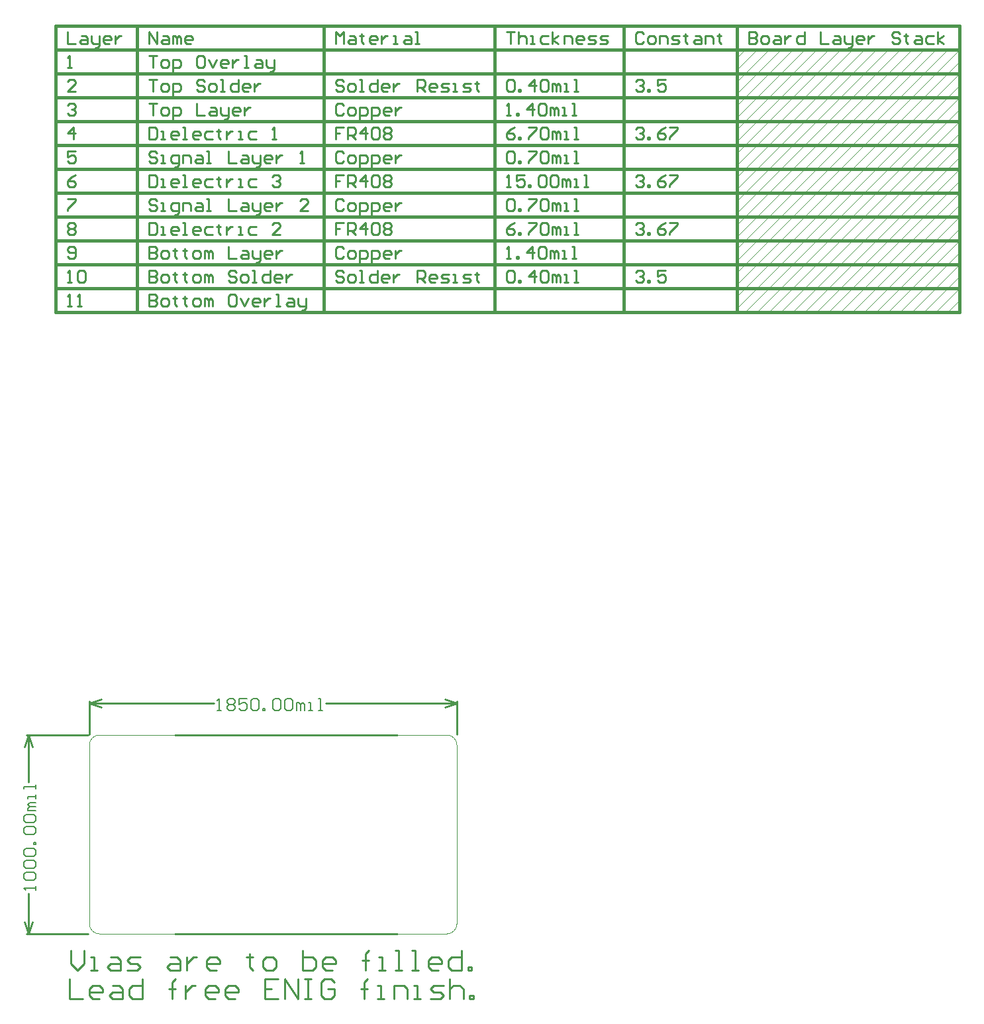
<source format=gm1>
G04 Layer_Color=16711935*
%FSLAX24Y24*%
%MOIN*%
G70*
G01*
G75*
%ADD36C,0.0100*%
%ADD41C,0.0150*%
%ADD89C,0.0010*%
%ADD90C,0.0090*%
%ADD91C,0.0060*%
D36*
X4300Y-5000D02*
X15500D01*
X4300Y5000D02*
X15500D01*
X18500Y5050D02*
Y6700D01*
X0Y5050D02*
Y6700D01*
X11899Y6600D02*
X18500D01*
X0D02*
X6281D01*
X17900Y6800D02*
X18500Y6600D01*
X17900Y6400D02*
X18500Y6600D01*
X0D02*
X600Y6400D01*
X0Y6600D02*
X600Y6800D01*
X-3150Y-5000D02*
X-50D01*
X-3150Y5000D02*
X-50D01*
X-3050Y-5000D02*
Y-2969D01*
Y2649D02*
Y5000D01*
Y-5000D02*
X-2850Y-4400D01*
X-3250D02*
X-3050Y-5000D01*
X-3250Y4400D02*
X-3050Y5000D01*
X-2850Y4400D01*
X33197Y40370D02*
Y39770D01*
X33497D01*
X33597Y39870D01*
Y39970D01*
X33497Y40070D01*
X33197D01*
X33497D01*
X33597Y40170D01*
Y40270D01*
X33497Y40370D01*
X33197D01*
X33897Y39770D02*
X34097D01*
X34197Y39870D01*
Y40070D01*
X34097Y40170D01*
X33897D01*
X33797Y40070D01*
Y39870D01*
X33897Y39770D01*
X34497Y40170D02*
X34696D01*
X34796Y40070D01*
Y39770D01*
X34497D01*
X34397Y39870D01*
X34497Y39970D01*
X34796D01*
X34996Y40170D02*
Y39770D01*
Y39970D01*
X35096Y40070D01*
X35196Y40170D01*
X35296D01*
X35996Y40370D02*
Y39770D01*
X35696D01*
X35596Y39870D01*
Y40070D01*
X35696Y40170D01*
X35996D01*
X36796Y40370D02*
Y39770D01*
X37196D01*
X37496Y40170D02*
X37696D01*
X37795Y40070D01*
Y39770D01*
X37496D01*
X37396Y39870D01*
X37496Y39970D01*
X37795D01*
X37995Y40170D02*
Y39870D01*
X38095Y39770D01*
X38395D01*
Y39670D01*
X38295Y39570D01*
X38195D01*
X38395Y39770D02*
Y40170D01*
X38895Y39770D02*
X38695D01*
X38595Y39870D01*
Y40070D01*
X38695Y40170D01*
X38895D01*
X38995Y40070D01*
Y39970D01*
X38595D01*
X39195Y40170D02*
Y39770D01*
Y39970D01*
X39295Y40070D01*
X39395Y40170D01*
X39495D01*
X40795Y40270D02*
X40695Y40370D01*
X40495D01*
X40395Y40270D01*
Y40170D01*
X40495Y40070D01*
X40695D01*
X40795Y39970D01*
Y39870D01*
X40695Y39770D01*
X40495D01*
X40395Y39870D01*
X41094Y40270D02*
Y40170D01*
X40994D01*
X41194D01*
X41094D01*
Y39870D01*
X41194Y39770D01*
X41594Y40170D02*
X41794D01*
X41894Y40070D01*
Y39770D01*
X41594D01*
X41494Y39870D01*
X41594Y39970D01*
X41894D01*
X42494Y40170D02*
X42194D01*
X42094Y40070D01*
Y39870D01*
X42194Y39770D01*
X42494D01*
X42694D02*
Y40370D01*
Y39970D02*
X42994Y40170D01*
X42694Y39970D02*
X42994Y39770D01*
X27498Y37870D02*
X27598Y37970D01*
X27798D01*
X27898Y37870D01*
Y37770D01*
X27798Y37670D01*
X27698D01*
X27798D01*
X27898Y37570D01*
Y37470D01*
X27798Y37370D01*
X27598D01*
X27498Y37470D01*
X28098Y37370D02*
Y37470D01*
X28198D01*
Y37370D01*
X28098D01*
X28998Y37970D02*
X28598D01*
Y37670D01*
X28798Y37770D01*
X28898D01*
X28998Y37670D01*
Y37470D01*
X28898Y37370D01*
X28698D01*
X28598Y37470D01*
X27498Y35470D02*
X27598Y35570D01*
X27798D01*
X27898Y35470D01*
Y35370D01*
X27798Y35270D01*
X27698D01*
X27798D01*
X27898Y35170D01*
Y35070D01*
X27798Y34970D01*
X27598D01*
X27498Y35070D01*
X28098Y34970D02*
Y35070D01*
X28198D01*
Y34970D01*
X28098D01*
X28998Y35570D02*
X28798Y35470D01*
X28598Y35270D01*
Y35070D01*
X28698Y34970D01*
X28898D01*
X28998Y35070D01*
Y35170D01*
X28898Y35270D01*
X28598D01*
X29198Y35570D02*
X29598D01*
Y35470D01*
X29198Y35070D01*
Y34970D01*
X27498Y33070D02*
X27598Y33170D01*
X27798D01*
X27898Y33070D01*
Y32970D01*
X27798Y32870D01*
X27698D01*
X27798D01*
X27898Y32770D01*
Y32670D01*
X27798Y32570D01*
X27598D01*
X27498Y32670D01*
X28098Y32570D02*
Y32670D01*
X28198D01*
Y32570D01*
X28098D01*
X28998Y33170D02*
X28798Y33070D01*
X28598Y32870D01*
Y32670D01*
X28698Y32570D01*
X28898D01*
X28998Y32670D01*
Y32770D01*
X28898Y32870D01*
X28598D01*
X29198Y33170D02*
X29598D01*
Y33070D01*
X29198Y32670D01*
Y32570D01*
X27498Y30670D02*
X27598Y30770D01*
X27798D01*
X27898Y30670D01*
Y30570D01*
X27798Y30470D01*
X27698D01*
X27798D01*
X27898Y30370D01*
Y30270D01*
X27798Y30170D01*
X27598D01*
X27498Y30270D01*
X28098Y30170D02*
Y30270D01*
X28198D01*
Y30170D01*
X28098D01*
X28998Y30770D02*
X28798Y30670D01*
X28598Y30470D01*
Y30270D01*
X28698Y30170D01*
X28898D01*
X28998Y30270D01*
Y30370D01*
X28898Y30470D01*
X28598D01*
X29198Y30770D02*
X29598D01*
Y30670D01*
X29198Y30270D01*
Y30170D01*
X27498Y28270D02*
X27598Y28370D01*
X27798D01*
X27898Y28270D01*
Y28170D01*
X27798Y28070D01*
X27698D01*
X27798D01*
X27898Y27970D01*
Y27870D01*
X27798Y27770D01*
X27598D01*
X27498Y27870D01*
X28098Y27770D02*
Y27870D01*
X28198D01*
Y27770D01*
X28098D01*
X28998Y28370D02*
X28598D01*
Y28070D01*
X28798Y28170D01*
X28898D01*
X28998Y28070D01*
Y27870D01*
X28898Y27770D01*
X28698D01*
X28598Y27870D01*
X27898Y40270D02*
X27798Y40370D01*
X27598D01*
X27498Y40270D01*
Y39870D01*
X27598Y39770D01*
X27798D01*
X27898Y39870D01*
X28198Y39770D02*
X28398D01*
X28498Y39870D01*
Y40070D01*
X28398Y40170D01*
X28198D01*
X28098Y40070D01*
Y39870D01*
X28198Y39770D01*
X28698D02*
Y40170D01*
X28998D01*
X29098Y40070D01*
Y39770D01*
X29298D02*
X29598D01*
X29698Y39870D01*
X29598Y39970D01*
X29398D01*
X29298Y40070D01*
X29398Y40170D01*
X29698D01*
X29998Y40270D02*
Y40170D01*
X29898D01*
X30098D01*
X29998D01*
Y39870D01*
X30098Y39770D01*
X30497Y40170D02*
X30697D01*
X30797Y40070D01*
Y39770D01*
X30497D01*
X30397Y39870D01*
X30497Y39970D01*
X30797D01*
X30997Y39770D02*
Y40170D01*
X31297D01*
X31397Y40070D01*
Y39770D01*
X31697Y40270D02*
Y40170D01*
X31597D01*
X31797D01*
X31697D01*
Y39870D01*
X31797Y39770D01*
X21000Y37870D02*
X21100Y37970D01*
X21300D01*
X21400Y37870D01*
Y37470D01*
X21300Y37370D01*
X21100D01*
X21000Y37470D01*
Y37870D01*
X21600Y37370D02*
Y37470D01*
X21700D01*
Y37370D01*
X21600D01*
X22400D02*
Y37970D01*
X22100Y37670D01*
X22500D01*
X22699Y37870D02*
X22799Y37970D01*
X22999D01*
X23099Y37870D01*
Y37470D01*
X22999Y37370D01*
X22799D01*
X22699Y37470D01*
Y37870D01*
X23299Y37370D02*
Y37770D01*
X23399D01*
X23499Y37670D01*
Y37370D01*
Y37670D01*
X23599Y37770D01*
X23699Y37670D01*
Y37370D01*
X23899D02*
X24099D01*
X23999D01*
Y37770D01*
X23899D01*
X24399Y37370D02*
X24599D01*
X24499D01*
Y37970D01*
X24399D01*
X21000Y36170D02*
X21200D01*
X21100D01*
Y36770D01*
X21000Y36670D01*
X21500Y36170D02*
Y36270D01*
X21600D01*
Y36170D01*
X21500D01*
X22300D02*
Y36770D01*
X22000Y36470D01*
X22400D01*
X22599Y36670D02*
X22699Y36770D01*
X22899D01*
X22999Y36670D01*
Y36270D01*
X22899Y36170D01*
X22699D01*
X22599Y36270D01*
Y36670D01*
X23199Y36170D02*
Y36570D01*
X23299D01*
X23399Y36470D01*
Y36170D01*
Y36470D01*
X23499Y36570D01*
X23599Y36470D01*
Y36170D01*
X23799D02*
X23999D01*
X23899D01*
Y36570D01*
X23799D01*
X24299Y36170D02*
X24499D01*
X24399D01*
Y36770D01*
X24299D01*
X21400Y35570D02*
X21200Y35470D01*
X21000Y35270D01*
Y35070D01*
X21100Y34970D01*
X21300D01*
X21400Y35070D01*
Y35170D01*
X21300Y35270D01*
X21000D01*
X21600Y34970D02*
Y35070D01*
X21700D01*
Y34970D01*
X21600D01*
X22100Y35570D02*
X22500D01*
Y35470D01*
X22100Y35070D01*
Y34970D01*
X22699Y35470D02*
X22799Y35570D01*
X22999D01*
X23099Y35470D01*
Y35070D01*
X22999Y34970D01*
X22799D01*
X22699Y35070D01*
Y35470D01*
X23299Y34970D02*
Y35370D01*
X23399D01*
X23499Y35270D01*
Y34970D01*
Y35270D01*
X23599Y35370D01*
X23699Y35270D01*
Y34970D01*
X23899D02*
X24099D01*
X23999D01*
Y35370D01*
X23899D01*
X24399Y34970D02*
X24599D01*
X24499D01*
Y35570D01*
X24399D01*
X21000Y34270D02*
X21100Y34370D01*
X21300D01*
X21400Y34270D01*
Y33870D01*
X21300Y33770D01*
X21100D01*
X21000Y33870D01*
Y34270D01*
X21600Y33770D02*
Y33870D01*
X21700D01*
Y33770D01*
X21600D01*
X22100Y34370D02*
X22500D01*
Y34270D01*
X22100Y33870D01*
Y33770D01*
X22699Y34270D02*
X22799Y34370D01*
X22999D01*
X23099Y34270D01*
Y33870D01*
X22999Y33770D01*
X22799D01*
X22699Y33870D01*
Y34270D01*
X23299Y33770D02*
Y34170D01*
X23399D01*
X23499Y34070D01*
Y33770D01*
Y34070D01*
X23599Y34170D01*
X23699Y34070D01*
Y33770D01*
X23899D02*
X24099D01*
X23999D01*
Y34170D01*
X23899D01*
X24399Y33770D02*
X24599D01*
X24499D01*
Y34370D01*
X24399D01*
X21000Y32570D02*
X21200D01*
X21100D01*
Y33170D01*
X21000Y33070D01*
X21900Y33170D02*
X21500D01*
Y32870D01*
X21700Y32970D01*
X21800D01*
X21900Y32870D01*
Y32670D01*
X21800Y32570D01*
X21600D01*
X21500Y32670D01*
X22100Y32570D02*
Y32670D01*
X22200D01*
Y32570D01*
X22100D01*
X22599Y33070D02*
X22699Y33170D01*
X22899D01*
X22999Y33070D01*
Y32670D01*
X22899Y32570D01*
X22699D01*
X22599Y32670D01*
Y33070D01*
X23199D02*
X23299Y33170D01*
X23499D01*
X23599Y33070D01*
Y32670D01*
X23499Y32570D01*
X23299D01*
X23199Y32670D01*
Y33070D01*
X23799Y32570D02*
Y32970D01*
X23899D01*
X23999Y32870D01*
Y32570D01*
Y32870D01*
X24099Y32970D01*
X24199Y32870D01*
Y32570D01*
X24399D02*
X24599D01*
X24499D01*
Y32970D01*
X24399D01*
X24899Y32570D02*
X25099D01*
X24999D01*
Y33170D01*
X24899D01*
X21000Y31870D02*
X21100Y31970D01*
X21300D01*
X21400Y31870D01*
Y31470D01*
X21300Y31370D01*
X21100D01*
X21000Y31470D01*
Y31870D01*
X21600Y31370D02*
Y31470D01*
X21700D01*
Y31370D01*
X21600D01*
X22100Y31970D02*
X22500D01*
Y31870D01*
X22100Y31470D01*
Y31370D01*
X22699Y31870D02*
X22799Y31970D01*
X22999D01*
X23099Y31870D01*
Y31470D01*
X22999Y31370D01*
X22799D01*
X22699Y31470D01*
Y31870D01*
X23299Y31370D02*
Y31770D01*
X23399D01*
X23499Y31670D01*
Y31370D01*
Y31670D01*
X23599Y31770D01*
X23699Y31670D01*
Y31370D01*
X23899D02*
X24099D01*
X23999D01*
Y31770D01*
X23899D01*
X24399Y31370D02*
X24599D01*
X24499D01*
Y31970D01*
X24399D01*
X21400Y30770D02*
X21200Y30670D01*
X21000Y30470D01*
Y30270D01*
X21100Y30170D01*
X21300D01*
X21400Y30270D01*
Y30370D01*
X21300Y30470D01*
X21000D01*
X21600Y30170D02*
Y30270D01*
X21700D01*
Y30170D01*
X21600D01*
X22100Y30770D02*
X22500D01*
Y30670D01*
X22100Y30270D01*
Y30170D01*
X22699Y30670D02*
X22799Y30770D01*
X22999D01*
X23099Y30670D01*
Y30270D01*
X22999Y30170D01*
X22799D01*
X22699Y30270D01*
Y30670D01*
X23299Y30170D02*
Y30570D01*
X23399D01*
X23499Y30470D01*
Y30170D01*
Y30470D01*
X23599Y30570D01*
X23699Y30470D01*
Y30170D01*
X23899D02*
X24099D01*
X23999D01*
Y30570D01*
X23899D01*
X24399Y30170D02*
X24599D01*
X24499D01*
Y30770D01*
X24399D01*
X21000Y28970D02*
X21200D01*
X21100D01*
Y29570D01*
X21000Y29470D01*
X21500Y28970D02*
Y29070D01*
X21600D01*
Y28970D01*
X21500D01*
X22300D02*
Y29570D01*
X22000Y29270D01*
X22400D01*
X22599Y29470D02*
X22699Y29570D01*
X22899D01*
X22999Y29470D01*
Y29070D01*
X22899Y28970D01*
X22699D01*
X22599Y29070D01*
Y29470D01*
X23199Y28970D02*
Y29370D01*
X23299D01*
X23399Y29270D01*
Y28970D01*
Y29270D01*
X23499Y29370D01*
X23599Y29270D01*
Y28970D01*
X23799D02*
X23999D01*
X23899D01*
Y29370D01*
X23799D01*
X24299Y28970D02*
X24499D01*
X24399D01*
Y29570D01*
X24299D01*
X21000Y28270D02*
X21100Y28370D01*
X21300D01*
X21400Y28270D01*
Y27870D01*
X21300Y27770D01*
X21100D01*
X21000Y27870D01*
Y28270D01*
X21600Y27770D02*
Y27870D01*
X21700D01*
Y27770D01*
X21600D01*
X22400D02*
Y28370D01*
X22100Y28070D01*
X22500D01*
X22699Y28270D02*
X22799Y28370D01*
X22999D01*
X23099Y28270D01*
Y27870D01*
X22999Y27770D01*
X22799D01*
X22699Y27870D01*
Y28270D01*
X23299Y27770D02*
Y28170D01*
X23399D01*
X23499Y28070D01*
Y27770D01*
Y28070D01*
X23599Y28170D01*
X23699Y28070D01*
Y27770D01*
X23899D02*
X24099D01*
X23999D01*
Y28170D01*
X23899D01*
X24399Y27770D02*
X24599D01*
X24499D01*
Y28370D01*
X24399D01*
X21000Y40370D02*
X21400D01*
X21200D01*
Y39770D01*
X21600Y40370D02*
Y39770D01*
Y40070D01*
X21700Y40170D01*
X21900D01*
X22000Y40070D01*
Y39770D01*
X22200D02*
X22400D01*
X22300D01*
Y40170D01*
X22200D01*
X23099D02*
X22799D01*
X22699Y40070D01*
Y39870D01*
X22799Y39770D01*
X23099D01*
X23299D02*
Y40370D01*
Y39970D02*
X23599Y40170D01*
X23299Y39970D02*
X23599Y39770D01*
X23899D02*
Y40170D01*
X24199D01*
X24299Y40070D01*
Y39770D01*
X24799D02*
X24599D01*
X24499Y39870D01*
Y40070D01*
X24599Y40170D01*
X24799D01*
X24899Y40070D01*
Y39970D01*
X24499D01*
X25099Y39770D02*
X25399D01*
X25499Y39870D01*
X25399Y39970D01*
X25199D01*
X25099Y40070D01*
X25199Y40170D01*
X25499D01*
X25698Y39770D02*
X25998D01*
X26098Y39870D01*
X25998Y39970D01*
X25798D01*
X25698Y40070D01*
X25798Y40170D01*
X26098D01*
X12802Y37870D02*
X12702Y37970D01*
X12502D01*
X12402Y37870D01*
Y37770D01*
X12502Y37670D01*
X12702D01*
X12802Y37570D01*
Y37470D01*
X12702Y37370D01*
X12502D01*
X12402Y37470D01*
X13102Y37370D02*
X13302D01*
X13402Y37470D01*
Y37670D01*
X13302Y37770D01*
X13102D01*
X13002Y37670D01*
Y37470D01*
X13102Y37370D01*
X13602D02*
X13802D01*
X13702D01*
Y37970D01*
X13602D01*
X14502D02*
Y37370D01*
X14202D01*
X14102Y37470D01*
Y37670D01*
X14202Y37770D01*
X14502D01*
X15001Y37370D02*
X14802D01*
X14702Y37470D01*
Y37670D01*
X14802Y37770D01*
X15001D01*
X15101Y37670D01*
Y37570D01*
X14702D01*
X15301Y37770D02*
Y37370D01*
Y37570D01*
X15401Y37670D01*
X15501Y37770D01*
X15601D01*
X16501Y37370D02*
Y37970D01*
X16801D01*
X16901Y37870D01*
Y37670D01*
X16801Y37570D01*
X16501D01*
X16701D02*
X16901Y37370D01*
X17401D02*
X17201D01*
X17101Y37470D01*
Y37670D01*
X17201Y37770D01*
X17401D01*
X17501Y37670D01*
Y37570D01*
X17101D01*
X17701Y37370D02*
X18001D01*
X18100Y37470D01*
X18001Y37570D01*
X17801D01*
X17701Y37670D01*
X17801Y37770D01*
X18100D01*
X18300Y37370D02*
X18500D01*
X18400D01*
Y37770D01*
X18300D01*
X18800Y37370D02*
X19100D01*
X19200Y37470D01*
X19100Y37570D01*
X18900D01*
X18800Y37670D01*
X18900Y37770D01*
X19200D01*
X19500Y37870D02*
Y37770D01*
X19400D01*
X19600D01*
X19500D01*
Y37470D01*
X19600Y37370D01*
X12802Y36670D02*
X12702Y36770D01*
X12502D01*
X12402Y36670D01*
Y36270D01*
X12502Y36170D01*
X12702D01*
X12802Y36270D01*
X13102Y36170D02*
X13302D01*
X13402Y36270D01*
Y36470D01*
X13302Y36570D01*
X13102D01*
X13002Y36470D01*
Y36270D01*
X13102Y36170D01*
X13602Y35970D02*
Y36570D01*
X13902D01*
X14002Y36470D01*
Y36270D01*
X13902Y36170D01*
X13602D01*
X14202Y35970D02*
Y36570D01*
X14502D01*
X14602Y36470D01*
Y36270D01*
X14502Y36170D01*
X14202D01*
X15101D02*
X14902D01*
X14802Y36270D01*
Y36470D01*
X14902Y36570D01*
X15101D01*
X15201Y36470D01*
Y36370D01*
X14802D01*
X15401Y36570D02*
Y36170D01*
Y36370D01*
X15501Y36470D01*
X15601Y36570D01*
X15701D01*
X12802Y35570D02*
X12402D01*
Y35270D01*
X12602D01*
X12402D01*
Y34970D01*
X13002D02*
Y35570D01*
X13302D01*
X13402Y35470D01*
Y35270D01*
X13302Y35170D01*
X13002D01*
X13202D02*
X13402Y34970D01*
X13902D02*
Y35570D01*
X13602Y35270D01*
X14002D01*
X14202Y35470D02*
X14302Y35570D01*
X14502D01*
X14602Y35470D01*
Y35070D01*
X14502Y34970D01*
X14302D01*
X14202Y35070D01*
Y35470D01*
X14802D02*
X14902Y35570D01*
X15101D01*
X15201Y35470D01*
Y35370D01*
X15101Y35270D01*
X15201Y35170D01*
Y35070D01*
X15101Y34970D01*
X14902D01*
X14802Y35070D01*
Y35170D01*
X14902Y35270D01*
X14802Y35370D01*
Y35470D01*
X14902Y35270D02*
X15101D01*
X12802Y34270D02*
X12702Y34370D01*
X12502D01*
X12402Y34270D01*
Y33870D01*
X12502Y33770D01*
X12702D01*
X12802Y33870D01*
X13102Y33770D02*
X13302D01*
X13402Y33870D01*
Y34070D01*
X13302Y34170D01*
X13102D01*
X13002Y34070D01*
Y33870D01*
X13102Y33770D01*
X13602Y33570D02*
Y34170D01*
X13902D01*
X14002Y34070D01*
Y33870D01*
X13902Y33770D01*
X13602D01*
X14202Y33570D02*
Y34170D01*
X14502D01*
X14602Y34070D01*
Y33870D01*
X14502Y33770D01*
X14202D01*
X15101D02*
X14902D01*
X14802Y33870D01*
Y34070D01*
X14902Y34170D01*
X15101D01*
X15201Y34070D01*
Y33970D01*
X14802D01*
X15401Y34170D02*
Y33770D01*
Y33970D01*
X15501Y34070D01*
X15601Y34170D01*
X15701D01*
X12802Y33170D02*
X12402D01*
Y32870D01*
X12602D01*
X12402D01*
Y32570D01*
X13002D02*
Y33170D01*
X13302D01*
X13402Y33070D01*
Y32870D01*
X13302Y32770D01*
X13002D01*
X13202D02*
X13402Y32570D01*
X13902D02*
Y33170D01*
X13602Y32870D01*
X14002D01*
X14202Y33070D02*
X14302Y33170D01*
X14502D01*
X14602Y33070D01*
Y32670D01*
X14502Y32570D01*
X14302D01*
X14202Y32670D01*
Y33070D01*
X14802D02*
X14902Y33170D01*
X15101D01*
X15201Y33070D01*
Y32970D01*
X15101Y32870D01*
X15201Y32770D01*
Y32670D01*
X15101Y32570D01*
X14902D01*
X14802Y32670D01*
Y32770D01*
X14902Y32870D01*
X14802Y32970D01*
Y33070D01*
X14902Y32870D02*
X15101D01*
X12802Y31870D02*
X12702Y31970D01*
X12502D01*
X12402Y31870D01*
Y31470D01*
X12502Y31370D01*
X12702D01*
X12802Y31470D01*
X13102Y31370D02*
X13302D01*
X13402Y31470D01*
Y31670D01*
X13302Y31770D01*
X13102D01*
X13002Y31670D01*
Y31470D01*
X13102Y31370D01*
X13602Y31170D02*
Y31770D01*
X13902D01*
X14002Y31670D01*
Y31470D01*
X13902Y31370D01*
X13602D01*
X14202Y31170D02*
Y31770D01*
X14502D01*
X14602Y31670D01*
Y31470D01*
X14502Y31370D01*
X14202D01*
X15101D02*
X14902D01*
X14802Y31470D01*
Y31670D01*
X14902Y31770D01*
X15101D01*
X15201Y31670D01*
Y31570D01*
X14802D01*
X15401Y31770D02*
Y31370D01*
Y31570D01*
X15501Y31670D01*
X15601Y31770D01*
X15701D01*
X12802Y30770D02*
X12402D01*
Y30470D01*
X12602D01*
X12402D01*
Y30170D01*
X13002D02*
Y30770D01*
X13302D01*
X13402Y30670D01*
Y30470D01*
X13302Y30370D01*
X13002D01*
X13202D02*
X13402Y30170D01*
X13902D02*
Y30770D01*
X13602Y30470D01*
X14002D01*
X14202Y30670D02*
X14302Y30770D01*
X14502D01*
X14602Y30670D01*
Y30270D01*
X14502Y30170D01*
X14302D01*
X14202Y30270D01*
Y30670D01*
X14802D02*
X14902Y30770D01*
X15101D01*
X15201Y30670D01*
Y30570D01*
X15101Y30470D01*
X15201Y30370D01*
Y30270D01*
X15101Y30170D01*
X14902D01*
X14802Y30270D01*
Y30370D01*
X14902Y30470D01*
X14802Y30570D01*
Y30670D01*
X14902Y30470D02*
X15101D01*
X12802Y29470D02*
X12702Y29570D01*
X12502D01*
X12402Y29470D01*
Y29070D01*
X12502Y28970D01*
X12702D01*
X12802Y29070D01*
X13102Y28970D02*
X13302D01*
X13402Y29070D01*
Y29270D01*
X13302Y29370D01*
X13102D01*
X13002Y29270D01*
Y29070D01*
X13102Y28970D01*
X13602Y28770D02*
Y29370D01*
X13902D01*
X14002Y29270D01*
Y29070D01*
X13902Y28970D01*
X13602D01*
X14202Y28770D02*
Y29370D01*
X14502D01*
X14602Y29270D01*
Y29070D01*
X14502Y28970D01*
X14202D01*
X15101D02*
X14902D01*
X14802Y29070D01*
Y29270D01*
X14902Y29370D01*
X15101D01*
X15201Y29270D01*
Y29170D01*
X14802D01*
X15401Y29370D02*
Y28970D01*
Y29170D01*
X15501Y29270D01*
X15601Y29370D01*
X15701D01*
X12802Y28270D02*
X12702Y28370D01*
X12502D01*
X12402Y28270D01*
Y28170D01*
X12502Y28070D01*
X12702D01*
X12802Y27970D01*
Y27870D01*
X12702Y27770D01*
X12502D01*
X12402Y27870D01*
X13102Y27770D02*
X13302D01*
X13402Y27870D01*
Y28070D01*
X13302Y28170D01*
X13102D01*
X13002Y28070D01*
Y27870D01*
X13102Y27770D01*
X13602D02*
X13802D01*
X13702D01*
Y28370D01*
X13602D01*
X14502D02*
Y27770D01*
X14202D01*
X14102Y27870D01*
Y28070D01*
X14202Y28170D01*
X14502D01*
X15001Y27770D02*
X14802D01*
X14702Y27870D01*
Y28070D01*
X14802Y28170D01*
X15001D01*
X15101Y28070D01*
Y27970D01*
X14702D01*
X15301Y28170D02*
Y27770D01*
Y27970D01*
X15401Y28070D01*
X15501Y28170D01*
X15601D01*
X16501Y27770D02*
Y28370D01*
X16801D01*
X16901Y28270D01*
Y28070D01*
X16801Y27970D01*
X16501D01*
X16701D02*
X16901Y27770D01*
X17401D02*
X17201D01*
X17101Y27870D01*
Y28070D01*
X17201Y28170D01*
X17401D01*
X17501Y28070D01*
Y27970D01*
X17101D01*
X17701Y27770D02*
X18001D01*
X18100Y27870D01*
X18001Y27970D01*
X17801D01*
X17701Y28070D01*
X17801Y28170D01*
X18100D01*
X18300Y27770D02*
X18500D01*
X18400D01*
Y28170D01*
X18300D01*
X18800Y27770D02*
X19100D01*
X19200Y27870D01*
X19100Y27970D01*
X18900D01*
X18800Y28070D01*
X18900Y28170D01*
X19200D01*
X19500Y28270D02*
Y28170D01*
X19400D01*
X19600D01*
X19500D01*
Y27870D01*
X19600Y27770D01*
X12402Y39770D02*
Y40370D01*
X12602Y40170D01*
X12802Y40370D01*
Y39770D01*
X13102Y40170D02*
X13302D01*
X13402Y40070D01*
Y39770D01*
X13102D01*
X13002Y39870D01*
X13102Y39970D01*
X13402D01*
X13702Y40270D02*
Y40170D01*
X13602D01*
X13802D01*
X13702D01*
Y39870D01*
X13802Y39770D01*
X14402D02*
X14202D01*
X14102Y39870D01*
Y40070D01*
X14202Y40170D01*
X14402D01*
X14502Y40070D01*
Y39970D01*
X14102D01*
X14702Y40170D02*
Y39770D01*
Y39970D01*
X14802Y40070D01*
X14902Y40170D01*
X15001D01*
X15301Y39770D02*
X15501D01*
X15401D01*
Y40170D01*
X15301D01*
X15901D02*
X16101D01*
X16201Y40070D01*
Y39770D01*
X15901D01*
X15801Y39870D01*
X15901Y39970D01*
X16201D01*
X16401Y39770D02*
X16601D01*
X16501D01*
Y40370D01*
X16401D01*
X3005Y39170D02*
X3405D01*
X3205D01*
Y38570D01*
X3705D02*
X3905D01*
X4005Y38670D01*
Y38870D01*
X3905Y38970D01*
X3705D01*
X3605Y38870D01*
Y38670D01*
X3705Y38570D01*
X4205Y38370D02*
Y38970D01*
X4504D01*
X4604Y38870D01*
Y38670D01*
X4504Y38570D01*
X4205D01*
X5704Y39170D02*
X5504D01*
X5404Y39070D01*
Y38670D01*
X5504Y38570D01*
X5704D01*
X5804Y38670D01*
Y39070D01*
X5704Y39170D01*
X6004Y38970D02*
X6204Y38570D01*
X6404Y38970D01*
X6904Y38570D02*
X6704D01*
X6604Y38670D01*
Y38870D01*
X6704Y38970D01*
X6904D01*
X7004Y38870D01*
Y38770D01*
X6604D01*
X7204Y38970D02*
Y38570D01*
Y38770D01*
X7304Y38870D01*
X7403Y38970D01*
X7503D01*
X7803Y38570D02*
X8003D01*
X7903D01*
Y39170D01*
X7803D01*
X8403Y38970D02*
X8603D01*
X8703Y38870D01*
Y38570D01*
X8403D01*
X8303Y38670D01*
X8403Y38770D01*
X8703D01*
X8903Y38970D02*
Y38670D01*
X9003Y38570D01*
X9303D01*
Y38470D01*
X9203Y38370D01*
X9103D01*
X9303Y38570D02*
Y38970D01*
X3005Y37970D02*
X3405D01*
X3205D01*
Y37370D01*
X3705D02*
X3905D01*
X4005Y37470D01*
Y37670D01*
X3905Y37770D01*
X3705D01*
X3605Y37670D01*
Y37470D01*
X3705Y37370D01*
X4205Y37170D02*
Y37770D01*
X4504D01*
X4604Y37670D01*
Y37470D01*
X4504Y37370D01*
X4205D01*
X5804Y37870D02*
X5704Y37970D01*
X5504D01*
X5404Y37870D01*
Y37770D01*
X5504Y37670D01*
X5704D01*
X5804Y37570D01*
Y37470D01*
X5704Y37370D01*
X5504D01*
X5404Y37470D01*
X6104Y37370D02*
X6304D01*
X6404Y37470D01*
Y37670D01*
X6304Y37770D01*
X6104D01*
X6004Y37670D01*
Y37470D01*
X6104Y37370D01*
X6604D02*
X6804D01*
X6704D01*
Y37970D01*
X6604D01*
X7503D02*
Y37370D01*
X7204D01*
X7104Y37470D01*
Y37670D01*
X7204Y37770D01*
X7503D01*
X8003Y37370D02*
X7803D01*
X7703Y37470D01*
Y37670D01*
X7803Y37770D01*
X8003D01*
X8103Y37670D01*
Y37570D01*
X7703D01*
X8303Y37770D02*
Y37370D01*
Y37570D01*
X8403Y37670D01*
X8503Y37770D01*
X8603D01*
X3005Y36770D02*
X3405D01*
X3205D01*
Y36170D01*
X3705D02*
X3905D01*
X4005Y36270D01*
Y36470D01*
X3905Y36570D01*
X3705D01*
X3605Y36470D01*
Y36270D01*
X3705Y36170D01*
X4205Y35970D02*
Y36570D01*
X4504D01*
X4604Y36470D01*
Y36270D01*
X4504Y36170D01*
X4205D01*
X5404Y36770D02*
Y36170D01*
X5804D01*
X6104Y36570D02*
X6304D01*
X6404Y36470D01*
Y36170D01*
X6104D01*
X6004Y36270D01*
X6104Y36370D01*
X6404D01*
X6604Y36570D02*
Y36270D01*
X6704Y36170D01*
X7004D01*
Y36070D01*
X6904Y35970D01*
X6804D01*
X7004Y36170D02*
Y36570D01*
X7503Y36170D02*
X7304D01*
X7204Y36270D01*
Y36470D01*
X7304Y36570D01*
X7503D01*
X7603Y36470D01*
Y36370D01*
X7204D01*
X7803Y36570D02*
Y36170D01*
Y36370D01*
X7903Y36470D01*
X8003Y36570D01*
X8103D01*
X3005Y35570D02*
Y34970D01*
X3305D01*
X3405Y35070D01*
Y35470D01*
X3305Y35570D01*
X3005D01*
X3605Y34970D02*
X3805D01*
X3705D01*
Y35370D01*
X3605D01*
X4404Y34970D02*
X4205D01*
X4105Y35070D01*
Y35270D01*
X4205Y35370D01*
X4404D01*
X4504Y35270D01*
Y35170D01*
X4105D01*
X4704Y34970D02*
X4904D01*
X4804D01*
Y35570D01*
X4704D01*
X5504Y34970D02*
X5304D01*
X5204Y35070D01*
Y35270D01*
X5304Y35370D01*
X5504D01*
X5604Y35270D01*
Y35170D01*
X5204D01*
X6204Y35370D02*
X5904D01*
X5804Y35270D01*
Y35070D01*
X5904Y34970D01*
X6204D01*
X6504Y35470D02*
Y35370D01*
X6404D01*
X6604D01*
X6504D01*
Y35070D01*
X6604Y34970D01*
X6904Y35370D02*
Y34970D01*
Y35170D01*
X7004Y35270D01*
X7104Y35370D01*
X7204D01*
X7503Y34970D02*
X7703D01*
X7603D01*
Y35370D01*
X7503D01*
X8403D02*
X8103D01*
X8003Y35270D01*
Y35070D01*
X8103Y34970D01*
X8403D01*
X9203D02*
X9403D01*
X9303D01*
Y35570D01*
X9203Y35470D01*
X3405Y34270D02*
X3305Y34370D01*
X3105D01*
X3005Y34270D01*
Y34170D01*
X3105Y34070D01*
X3305D01*
X3405Y33970D01*
Y33870D01*
X3305Y33770D01*
X3105D01*
X3005Y33870D01*
X3605Y33770D02*
X3805D01*
X3705D01*
Y34170D01*
X3605D01*
X4304Y33570D02*
X4404D01*
X4504Y33670D01*
Y34170D01*
X4205D01*
X4105Y34070D01*
Y33870D01*
X4205Y33770D01*
X4504D01*
X4704D02*
Y34170D01*
X5004D01*
X5104Y34070D01*
Y33770D01*
X5404Y34170D02*
X5604D01*
X5704Y34070D01*
Y33770D01*
X5404D01*
X5304Y33870D01*
X5404Y33970D01*
X5704D01*
X5904Y33770D02*
X6104D01*
X6004D01*
Y34370D01*
X5904D01*
X7004D02*
Y33770D01*
X7403D01*
X7703Y34170D02*
X7903D01*
X8003Y34070D01*
Y33770D01*
X7703D01*
X7603Y33870D01*
X7703Y33970D01*
X8003D01*
X8203Y34170D02*
Y33870D01*
X8303Y33770D01*
X8603D01*
Y33670D01*
X8503Y33570D01*
X8403D01*
X8603Y33770D02*
Y34170D01*
X9103Y33770D02*
X8903D01*
X8803Y33870D01*
Y34070D01*
X8903Y34170D01*
X9103D01*
X9203Y34070D01*
Y33970D01*
X8803D01*
X9403Y34170D02*
Y33770D01*
Y33970D01*
X9503Y34070D01*
X9603Y34170D01*
X9703D01*
X10602Y33770D02*
X10802D01*
X10702D01*
Y34370D01*
X10602Y34270D01*
X3005Y33170D02*
Y32570D01*
X3305D01*
X3405Y32670D01*
Y33070D01*
X3305Y33170D01*
X3005D01*
X3605Y32570D02*
X3805D01*
X3705D01*
Y32970D01*
X3605D01*
X4404Y32570D02*
X4205D01*
X4105Y32670D01*
Y32870D01*
X4205Y32970D01*
X4404D01*
X4504Y32870D01*
Y32770D01*
X4105D01*
X4704Y32570D02*
X4904D01*
X4804D01*
Y33170D01*
X4704D01*
X5504Y32570D02*
X5304D01*
X5204Y32670D01*
Y32870D01*
X5304Y32970D01*
X5504D01*
X5604Y32870D01*
Y32770D01*
X5204D01*
X6204Y32970D02*
X5904D01*
X5804Y32870D01*
Y32670D01*
X5904Y32570D01*
X6204D01*
X6504Y33070D02*
Y32970D01*
X6404D01*
X6604D01*
X6504D01*
Y32670D01*
X6604Y32570D01*
X6904Y32970D02*
Y32570D01*
Y32770D01*
X7004Y32870D01*
X7104Y32970D01*
X7204D01*
X7503Y32570D02*
X7703D01*
X7603D01*
Y32970D01*
X7503D01*
X8403D02*
X8103D01*
X8003Y32870D01*
Y32670D01*
X8103Y32570D01*
X8403D01*
X9203Y33070D02*
X9303Y33170D01*
X9503D01*
X9603Y33070D01*
Y32970D01*
X9503Y32870D01*
X9403D01*
X9503D01*
X9603Y32770D01*
Y32670D01*
X9503Y32570D01*
X9303D01*
X9203Y32670D01*
X3405Y31870D02*
X3305Y31970D01*
X3105D01*
X3005Y31870D01*
Y31770D01*
X3105Y31670D01*
X3305D01*
X3405Y31570D01*
Y31470D01*
X3305Y31370D01*
X3105D01*
X3005Y31470D01*
X3605Y31370D02*
X3805D01*
X3705D01*
Y31770D01*
X3605D01*
X4304Y31170D02*
X4404D01*
X4504Y31270D01*
Y31770D01*
X4205D01*
X4105Y31670D01*
Y31470D01*
X4205Y31370D01*
X4504D01*
X4704D02*
Y31770D01*
X5004D01*
X5104Y31670D01*
Y31370D01*
X5404Y31770D02*
X5604D01*
X5704Y31670D01*
Y31370D01*
X5404D01*
X5304Y31470D01*
X5404Y31570D01*
X5704D01*
X5904Y31370D02*
X6104D01*
X6004D01*
Y31970D01*
X5904D01*
X7004D02*
Y31370D01*
X7403D01*
X7703Y31770D02*
X7903D01*
X8003Y31670D01*
Y31370D01*
X7703D01*
X7603Y31470D01*
X7703Y31570D01*
X8003D01*
X8203Y31770D02*
Y31470D01*
X8303Y31370D01*
X8603D01*
Y31270D01*
X8503Y31170D01*
X8403D01*
X8603Y31370D02*
Y31770D01*
X9103Y31370D02*
X8903D01*
X8803Y31470D01*
Y31670D01*
X8903Y31770D01*
X9103D01*
X9203Y31670D01*
Y31570D01*
X8803D01*
X9403Y31770D02*
Y31370D01*
Y31570D01*
X9503Y31670D01*
X9603Y31770D01*
X9703D01*
X11002Y31370D02*
X10602D01*
X11002Y31770D01*
Y31870D01*
X10902Y31970D01*
X10702D01*
X10602Y31870D01*
X3005Y30770D02*
Y30170D01*
X3305D01*
X3405Y30270D01*
Y30670D01*
X3305Y30770D01*
X3005D01*
X3605Y30170D02*
X3805D01*
X3705D01*
Y30570D01*
X3605D01*
X4404Y30170D02*
X4205D01*
X4105Y30270D01*
Y30470D01*
X4205Y30570D01*
X4404D01*
X4504Y30470D01*
Y30370D01*
X4105D01*
X4704Y30170D02*
X4904D01*
X4804D01*
Y30770D01*
X4704D01*
X5504Y30170D02*
X5304D01*
X5204Y30270D01*
Y30470D01*
X5304Y30570D01*
X5504D01*
X5604Y30470D01*
Y30370D01*
X5204D01*
X6204Y30570D02*
X5904D01*
X5804Y30470D01*
Y30270D01*
X5904Y30170D01*
X6204D01*
X6504Y30670D02*
Y30570D01*
X6404D01*
X6604D01*
X6504D01*
Y30270D01*
X6604Y30170D01*
X6904Y30570D02*
Y30170D01*
Y30370D01*
X7004Y30470D01*
X7104Y30570D01*
X7204D01*
X7503Y30170D02*
X7703D01*
X7603D01*
Y30570D01*
X7503D01*
X8403D02*
X8103D01*
X8003Y30470D01*
Y30270D01*
X8103Y30170D01*
X8403D01*
X9603D02*
X9203D01*
X9603Y30570D01*
Y30670D01*
X9503Y30770D01*
X9303D01*
X9203Y30670D01*
X3005Y29570D02*
Y28970D01*
X3305D01*
X3405Y29070D01*
Y29170D01*
X3305Y29270D01*
X3005D01*
X3305D01*
X3405Y29370D01*
Y29470D01*
X3305Y29570D01*
X3005D01*
X3705Y28970D02*
X3905D01*
X4005Y29070D01*
Y29270D01*
X3905Y29370D01*
X3705D01*
X3605Y29270D01*
Y29070D01*
X3705Y28970D01*
X4304Y29470D02*
Y29370D01*
X4205D01*
X4404D01*
X4304D01*
Y29070D01*
X4404Y28970D01*
X4804Y29470D02*
Y29370D01*
X4704D01*
X4904D01*
X4804D01*
Y29070D01*
X4904Y28970D01*
X5304D02*
X5504D01*
X5604Y29070D01*
Y29270D01*
X5504Y29370D01*
X5304D01*
X5204Y29270D01*
Y29070D01*
X5304Y28970D01*
X5804D02*
Y29370D01*
X5904D01*
X6004Y29270D01*
Y28970D01*
Y29270D01*
X6104Y29370D01*
X6204Y29270D01*
Y28970D01*
X7004Y29570D02*
Y28970D01*
X7403D01*
X7703Y29370D02*
X7903D01*
X8003Y29270D01*
Y28970D01*
X7703D01*
X7603Y29070D01*
X7703Y29170D01*
X8003D01*
X8203Y29370D02*
Y29070D01*
X8303Y28970D01*
X8603D01*
Y28870D01*
X8503Y28770D01*
X8403D01*
X8603Y28970D02*
Y29370D01*
X9103Y28970D02*
X8903D01*
X8803Y29070D01*
Y29270D01*
X8903Y29370D01*
X9103D01*
X9203Y29270D01*
Y29170D01*
X8803D01*
X9403Y29370D02*
Y28970D01*
Y29170D01*
X9503Y29270D01*
X9603Y29370D01*
X9703D01*
X3005Y28370D02*
Y27770D01*
X3305D01*
X3405Y27870D01*
Y27970D01*
X3305Y28070D01*
X3005D01*
X3305D01*
X3405Y28170D01*
Y28270D01*
X3305Y28370D01*
X3005D01*
X3705Y27770D02*
X3905D01*
X4005Y27870D01*
Y28070D01*
X3905Y28170D01*
X3705D01*
X3605Y28070D01*
Y27870D01*
X3705Y27770D01*
X4304Y28270D02*
Y28170D01*
X4205D01*
X4404D01*
X4304D01*
Y27870D01*
X4404Y27770D01*
X4804Y28270D02*
Y28170D01*
X4704D01*
X4904D01*
X4804D01*
Y27870D01*
X4904Y27770D01*
X5304D02*
X5504D01*
X5604Y27870D01*
Y28070D01*
X5504Y28170D01*
X5304D01*
X5204Y28070D01*
Y27870D01*
X5304Y27770D01*
X5804D02*
Y28170D01*
X5904D01*
X6004Y28070D01*
Y27770D01*
Y28070D01*
X6104Y28170D01*
X6204Y28070D01*
Y27770D01*
X7403Y28270D02*
X7304Y28370D01*
X7104D01*
X7004Y28270D01*
Y28170D01*
X7104Y28070D01*
X7304D01*
X7403Y27970D01*
Y27870D01*
X7304Y27770D01*
X7104D01*
X7004Y27870D01*
X7703Y27770D02*
X7903D01*
X8003Y27870D01*
Y28070D01*
X7903Y28170D01*
X7703D01*
X7603Y28070D01*
Y27870D01*
X7703Y27770D01*
X8203D02*
X8403D01*
X8303D01*
Y28370D01*
X8203D01*
X9103D02*
Y27770D01*
X8803D01*
X8703Y27870D01*
Y28070D01*
X8803Y28170D01*
X9103D01*
X9603Y27770D02*
X9403D01*
X9303Y27870D01*
Y28070D01*
X9403Y28170D01*
X9603D01*
X9703Y28070D01*
Y27970D01*
X9303D01*
X9903Y28170D02*
Y27770D01*
Y27970D01*
X10003Y28070D01*
X10103Y28170D01*
X10203D01*
X3005Y27170D02*
Y26570D01*
X3305D01*
X3405Y26670D01*
Y26770D01*
X3305Y26870D01*
X3005D01*
X3305D01*
X3405Y26970D01*
Y27070D01*
X3305Y27170D01*
X3005D01*
X3705Y26570D02*
X3905D01*
X4005Y26670D01*
Y26870D01*
X3905Y26970D01*
X3705D01*
X3605Y26870D01*
Y26670D01*
X3705Y26570D01*
X4304Y27070D02*
Y26970D01*
X4205D01*
X4404D01*
X4304D01*
Y26670D01*
X4404Y26570D01*
X4804Y27070D02*
Y26970D01*
X4704D01*
X4904D01*
X4804D01*
Y26670D01*
X4904Y26570D01*
X5304D02*
X5504D01*
X5604Y26670D01*
Y26870D01*
X5504Y26970D01*
X5304D01*
X5204Y26870D01*
Y26670D01*
X5304Y26570D01*
X5804D02*
Y26970D01*
X5904D01*
X6004Y26870D01*
Y26570D01*
Y26870D01*
X6104Y26970D01*
X6204Y26870D01*
Y26570D01*
X7304Y27170D02*
X7104D01*
X7004Y27070D01*
Y26670D01*
X7104Y26570D01*
X7304D01*
X7403Y26670D01*
Y27070D01*
X7304Y27170D01*
X7603Y26970D02*
X7803Y26570D01*
X8003Y26970D01*
X8503Y26570D02*
X8303D01*
X8203Y26670D01*
Y26870D01*
X8303Y26970D01*
X8503D01*
X8603Y26870D01*
Y26770D01*
X8203D01*
X8803Y26970D02*
Y26570D01*
Y26770D01*
X8903Y26870D01*
X9003Y26970D01*
X9103D01*
X9403Y26570D02*
X9603D01*
X9503D01*
Y27170D01*
X9403D01*
X10003Y26970D02*
X10203D01*
X10303Y26870D01*
Y26570D01*
X10003D01*
X9903Y26670D01*
X10003Y26770D01*
X10303D01*
X10502Y26970D02*
Y26670D01*
X10602Y26570D01*
X10902D01*
Y26470D01*
X10802Y26370D01*
X10702D01*
X10902Y26570D02*
Y26970D01*
X3005Y39770D02*
Y40370D01*
X3405Y39770D01*
Y40370D01*
X3705Y40170D02*
X3905D01*
X4005Y40070D01*
Y39770D01*
X3705D01*
X3605Y39870D01*
X3705Y39970D01*
X4005D01*
X4205Y39770D02*
Y40170D01*
X4304D01*
X4404Y40070D01*
Y39770D01*
Y40070D01*
X4504Y40170D01*
X4604Y40070D01*
Y39770D01*
X5104D02*
X4904D01*
X4804Y39870D01*
Y40070D01*
X4904Y40170D01*
X5104D01*
X5204Y40070D01*
Y39970D01*
X4804D01*
X-1094Y38570D02*
X-894D01*
X-994D01*
Y39170D01*
X-1094Y39070D01*
X-694Y37370D02*
X-1094D01*
X-694Y37770D01*
Y37870D01*
X-794Y37970D01*
X-994D01*
X-1094Y37870D01*
Y36670D02*
X-994Y36770D01*
X-794D01*
X-694Y36670D01*
Y36570D01*
X-794Y36470D01*
X-894D01*
X-794D01*
X-694Y36370D01*
Y36270D01*
X-794Y36170D01*
X-994D01*
X-1094Y36270D01*
X-794Y34970D02*
Y35570D01*
X-1094Y35270D01*
X-694D01*
Y34370D02*
X-1094D01*
Y34070D01*
X-894Y34170D01*
X-794D01*
X-694Y34070D01*
Y33870D01*
X-794Y33770D01*
X-994D01*
X-1094Y33870D01*
X-694Y33170D02*
X-894Y33070D01*
X-1094Y32870D01*
Y32670D01*
X-994Y32570D01*
X-794D01*
X-694Y32670D01*
Y32770D01*
X-794Y32870D01*
X-1094D01*
Y31970D02*
X-694D01*
Y31870D01*
X-1094Y31470D01*
Y31370D01*
Y30670D02*
X-994Y30770D01*
X-794D01*
X-694Y30670D01*
Y30570D01*
X-794Y30470D01*
X-694Y30370D01*
Y30270D01*
X-794Y30170D01*
X-994D01*
X-1094Y30270D01*
Y30370D01*
X-994Y30470D01*
X-1094Y30570D01*
Y30670D01*
X-994Y30470D02*
X-794D01*
X-1094Y29070D02*
X-994Y28970D01*
X-794D01*
X-694Y29070D01*
Y29470D01*
X-794Y29570D01*
X-994D01*
X-1094Y29470D01*
Y29370D01*
X-994Y29270D01*
X-694D01*
X-1094Y27770D02*
X-894D01*
X-994D01*
Y28370D01*
X-1094Y28270D01*
X-594D02*
X-494Y28370D01*
X-294D01*
X-194Y28270D01*
Y27870D01*
X-294Y27770D01*
X-494D01*
X-594Y27870D01*
Y28270D01*
X-1094Y26570D02*
X-894D01*
X-994D01*
Y27170D01*
X-1094Y27070D01*
X-594Y26570D02*
X-394D01*
X-494D01*
Y27170D01*
X-594Y27070D01*
X-1094Y40370D02*
Y39770D01*
X-694D01*
X-394Y40170D02*
X-194D01*
X-95Y40070D01*
Y39770D01*
X-394D01*
X-494Y39870D01*
X-394Y39970D01*
X-95D01*
X105Y40170D02*
Y39870D01*
X205Y39770D01*
X505D01*
Y39670D01*
X405Y39570D01*
X305D01*
X505Y39770D02*
Y40170D01*
X1005Y39770D02*
X805D01*
X705Y39870D01*
Y40070D01*
X805Y40170D01*
X1005D01*
X1105Y40070D01*
Y39970D01*
X705D01*
X1305Y40170D02*
Y39770D01*
Y39970D01*
X1405Y40070D01*
X1505Y40170D01*
X1605D01*
D41*
X43794Y26270D02*
Y40670D01*
X32597Y38270D02*
X43794D01*
X32597Y37070D02*
X43794D01*
X32597Y35870D02*
X43794D01*
X32597Y34670D02*
X43794D01*
X32597Y33470D02*
X43794D01*
X32597Y32270D02*
X43794D01*
X32597Y31070D02*
X43794D01*
X32597Y29870D02*
X43794D01*
X32597Y28670D02*
X43794D01*
X32597Y27470D02*
X43794D01*
X32597Y26270D02*
X43794D01*
X32597D02*
Y40670D01*
X26898Y38270D02*
X32597D01*
X26898Y37070D02*
X32597D01*
X26898Y35870D02*
X32597D01*
X26898Y34670D02*
X32597D01*
X26898Y33470D02*
X32597D01*
X26898Y32270D02*
X32597D01*
X26898Y31070D02*
X32597D01*
X26898Y29870D02*
X32597D01*
X26898Y28670D02*
X32597D01*
X26898Y27470D02*
X32597D01*
X26898Y26270D02*
X32597D01*
X26898D02*
Y40670D01*
X20400Y38270D02*
X26898D01*
X20400Y37070D02*
X26898D01*
X20400Y35870D02*
X26898D01*
X20400Y34670D02*
X26898D01*
X20400Y33470D02*
X26898D01*
X20400Y32270D02*
X26898D01*
X20400Y31070D02*
X26898D01*
X20400Y29870D02*
X26898D01*
X20400Y28670D02*
X26898D01*
X20400Y27470D02*
X26898D01*
X20400Y26270D02*
X26898D01*
X20400D02*
Y40670D01*
X11802Y38270D02*
X20400D01*
X11802Y37070D02*
X20400D01*
X11802Y35870D02*
X20400D01*
X11802Y34670D02*
X20400D01*
X11802Y33470D02*
X20400D01*
X11802Y32270D02*
X20400D01*
X11802Y31070D02*
X20400D01*
X11802Y29870D02*
X20400D01*
X11802Y28670D02*
X20400D01*
X11802Y27470D02*
X20400D01*
X11802Y26270D02*
X20400D01*
X11802D02*
Y40670D01*
X2405Y38270D02*
X11802D01*
X2405Y37070D02*
X11802D01*
X2405Y35870D02*
X11802D01*
X2405Y34670D02*
X11802D01*
X2405Y33470D02*
X11802D01*
X2405Y32270D02*
X11802D01*
X2405Y31070D02*
X11802D01*
X2405Y29870D02*
X11802D01*
X2405Y28670D02*
X11802D01*
X2405Y27470D02*
X11802D01*
X2405Y26270D02*
X11802D01*
X2405D02*
Y40670D01*
X-1694Y38270D02*
X2405D01*
X-1694Y37070D02*
X2405D01*
X-1694Y35870D02*
X2405D01*
X-1694Y34670D02*
X2405D01*
X-1694Y33470D02*
X2405D01*
X-1694Y32270D02*
X2405D01*
X-1694Y31070D02*
X2405D01*
X-1694Y29870D02*
X2405D01*
X-1694Y28670D02*
X2405D01*
X-1694Y27470D02*
X2405D01*
X-1694Y26270D02*
X2405D01*
X-1694D02*
Y40670D01*
X43794D01*
X-1694Y39470D02*
X43794D01*
D89*
X0Y-4500D02*
G03*
X500Y-5000I500J0D01*
G01*
Y5000D02*
G03*
X0Y4500I0J-500D01*
G01*
X18500D02*
G03*
X18000Y5000I-500J0D01*
G01*
Y-5000D02*
G03*
X18500Y-4500I0J500D01*
G01*
X32597Y39073D02*
X32994Y39470D01*
X32597Y38473D02*
X33594Y39470D01*
X32994Y38270D02*
X34194Y39470D01*
X33594Y38270D02*
X34794Y39470D01*
X34194Y38270D02*
X35394Y39470D01*
X34794Y38270D02*
X35994Y39470D01*
X35394Y38270D02*
X36594Y39470D01*
X35994Y38270D02*
X37194Y39470D01*
X36594Y38270D02*
X37794Y39470D01*
X37194Y38270D02*
X38394Y39470D01*
X37794Y38270D02*
X38994Y39470D01*
X38394Y38270D02*
X39594Y39470D01*
X38994Y38270D02*
X40194Y39470D01*
X39594Y38270D02*
X40794Y39470D01*
X40194Y38270D02*
X41394Y39470D01*
X40794Y38270D02*
X41994Y39470D01*
X41394Y38270D02*
X42594Y39470D01*
X41994Y38270D02*
X43194Y39470D01*
X42594Y38270D02*
X43794Y39470D01*
X43194Y38270D02*
X43794Y38870D01*
X32597Y37873D02*
X32994Y38270D01*
X32597Y37273D02*
X33594Y38270D01*
X32994Y37070D02*
X34194Y38270D01*
X33594Y37070D02*
X34794Y38270D01*
X34194Y37070D02*
X35394Y38270D01*
X34794Y37070D02*
X35994Y38270D01*
X35394Y37070D02*
X36594Y38270D01*
X35994Y37070D02*
X37194Y38270D01*
X36594Y37070D02*
X37794Y38270D01*
X37194Y37070D02*
X38394Y38270D01*
X37794Y37070D02*
X38994Y38270D01*
X38394Y37070D02*
X39594Y38270D01*
X38994Y37070D02*
X40194Y38270D01*
X39594Y37070D02*
X40794Y38270D01*
X40194Y37070D02*
X41394Y38270D01*
X40794Y37070D02*
X41994Y38270D01*
X41394Y37070D02*
X42594Y38270D01*
X41994Y37070D02*
X43194Y38270D01*
X42594Y37070D02*
X43794Y38270D01*
X43194Y37070D02*
X43794Y37670D01*
X32597Y36673D02*
X32994Y37070D01*
X32597Y36073D02*
X33594Y37070D01*
X32994Y35870D02*
X34194Y37070D01*
X33594Y35870D02*
X34794Y37070D01*
X34194Y35870D02*
X35394Y37070D01*
X34794Y35870D02*
X35994Y37070D01*
X35394Y35870D02*
X36594Y37070D01*
X35994Y35870D02*
X37194Y37070D01*
X36594Y35870D02*
X37794Y37070D01*
X37194Y35870D02*
X38394Y37070D01*
X37794Y35870D02*
X38994Y37070D01*
X38394Y35870D02*
X39594Y37070D01*
X38994Y35870D02*
X40194Y37070D01*
X39594Y35870D02*
X40794Y37070D01*
X40194Y35870D02*
X41394Y37070D01*
X40794Y35870D02*
X41994Y37070D01*
X41394Y35870D02*
X42594Y37070D01*
X41994Y35870D02*
X43194Y37070D01*
X42594Y35870D02*
X43794Y37070D01*
X43194Y35870D02*
X43794Y36470D01*
X32597Y35473D02*
X32994Y35870D01*
X32597Y34873D02*
X33594Y35870D01*
X32994Y34670D02*
X34194Y35870D01*
X33594Y34670D02*
X34794Y35870D01*
X34194Y34670D02*
X35394Y35870D01*
X34794Y34670D02*
X35994Y35870D01*
X35394Y34670D02*
X36594Y35870D01*
X35994Y34670D02*
X37194Y35870D01*
X36594Y34670D02*
X37794Y35870D01*
X37194Y34670D02*
X38394Y35870D01*
X37794Y34670D02*
X38994Y35870D01*
X38394Y34670D02*
X39594Y35870D01*
X38994Y34670D02*
X40194Y35870D01*
X39594Y34670D02*
X40794Y35870D01*
X40194Y34670D02*
X41394Y35870D01*
X40794Y34670D02*
X41994Y35870D01*
X41394Y34670D02*
X42594Y35870D01*
X41994Y34670D02*
X43194Y35870D01*
X42594Y34670D02*
X43794Y35870D01*
X43194Y34670D02*
X43794Y35270D01*
X32597Y34273D02*
X32994Y34670D01*
X32597Y33673D02*
X33594Y34670D01*
X32994Y33470D02*
X34194Y34670D01*
X33594Y33470D02*
X34794Y34670D01*
X34194Y33470D02*
X35394Y34670D01*
X34794Y33470D02*
X35994Y34670D01*
X35394Y33470D02*
X36594Y34670D01*
X35994Y33470D02*
X37194Y34670D01*
X36594Y33470D02*
X37794Y34670D01*
X37194Y33470D02*
X38394Y34670D01*
X37794Y33470D02*
X38994Y34670D01*
X38394Y33470D02*
X39594Y34670D01*
X38994Y33470D02*
X40194Y34670D01*
X39594Y33470D02*
X40794Y34670D01*
X40194Y33470D02*
X41394Y34670D01*
X40794Y33470D02*
X41994Y34670D01*
X41394Y33470D02*
X42594Y34670D01*
X41994Y33470D02*
X43194Y34670D01*
X42594Y33470D02*
X43794Y34670D01*
X43194Y33470D02*
X43794Y34070D01*
X32597Y33073D02*
X32994Y33470D01*
X32597Y32473D02*
X33594Y33470D01*
X32994Y32270D02*
X34194Y33470D01*
X33594Y32270D02*
X34794Y33470D01*
X34194Y32270D02*
X35394Y33470D01*
X34794Y32270D02*
X35994Y33470D01*
X35394Y32270D02*
X36594Y33470D01*
X35994Y32270D02*
X37194Y33470D01*
X36594Y32270D02*
X37794Y33470D01*
X37194Y32270D02*
X38394Y33470D01*
X37794Y32270D02*
X38994Y33470D01*
X38394Y32270D02*
X39594Y33470D01*
X38994Y32270D02*
X40194Y33470D01*
X39594Y32270D02*
X40794Y33470D01*
X40194Y32270D02*
X41394Y33470D01*
X40794Y32270D02*
X41994Y33470D01*
X41394Y32270D02*
X42594Y33470D01*
X41994Y32270D02*
X43194Y33470D01*
X42594Y32270D02*
X43794Y33470D01*
X43194Y32270D02*
X43794Y32870D01*
X32597Y31873D02*
X32994Y32270D01*
X32597Y31273D02*
X33594Y32270D01*
X32994Y31070D02*
X34194Y32270D01*
X33594Y31070D02*
X34794Y32270D01*
X34194Y31070D02*
X35394Y32270D01*
X34794Y31070D02*
X35994Y32270D01*
X35394Y31070D02*
X36594Y32270D01*
X35994Y31070D02*
X37194Y32270D01*
X36594Y31070D02*
X37794Y32270D01*
X37194Y31070D02*
X38394Y32270D01*
X37794Y31070D02*
X38994Y32270D01*
X38394Y31070D02*
X39594Y32270D01*
X38994Y31070D02*
X40194Y32270D01*
X39594Y31070D02*
X40794Y32270D01*
X40194Y31070D02*
X41394Y32270D01*
X40794Y31070D02*
X41994Y32270D01*
X41394Y31070D02*
X42594Y32270D01*
X41994Y31070D02*
X43194Y32270D01*
X42594Y31070D02*
X43794Y32270D01*
X43194Y31070D02*
X43794Y31670D01*
X32597Y30673D02*
X32994Y31070D01*
X32597Y30073D02*
X33594Y31070D01*
X32994Y29870D02*
X34194Y31070D01*
X33594Y29870D02*
X34794Y31070D01*
X34194Y29870D02*
X35394Y31070D01*
X34794Y29870D02*
X35994Y31070D01*
X35394Y29870D02*
X36594Y31070D01*
X35994Y29870D02*
X37194Y31070D01*
X36594Y29870D02*
X37794Y31070D01*
X37194Y29870D02*
X38394Y31070D01*
X37794Y29870D02*
X38994Y31070D01*
X38394Y29870D02*
X39594Y31070D01*
X38994Y29870D02*
X40194Y31070D01*
X39594Y29870D02*
X40794Y31070D01*
X40194Y29870D02*
X41394Y31070D01*
X40794Y29870D02*
X41994Y31070D01*
X41394Y29870D02*
X42594Y31070D01*
X41994Y29870D02*
X43194Y31070D01*
X42594Y29870D02*
X43794Y31070D01*
X43194Y29870D02*
X43794Y30470D01*
X32597Y29473D02*
X32994Y29870D01*
X32597Y28873D02*
X33594Y29870D01*
X32994Y28670D02*
X34194Y29870D01*
X33594Y28670D02*
X34794Y29870D01*
X34194Y28670D02*
X35394Y29870D01*
X34794Y28670D02*
X35994Y29870D01*
X35394Y28670D02*
X36594Y29870D01*
X35994Y28670D02*
X37194Y29870D01*
X36594Y28670D02*
X37794Y29870D01*
X37194Y28670D02*
X38394Y29870D01*
X37794Y28670D02*
X38994Y29870D01*
X38394Y28670D02*
X39594Y29870D01*
X38994Y28670D02*
X40194Y29870D01*
X39594Y28670D02*
X40794Y29870D01*
X40194Y28670D02*
X41394Y29870D01*
X40794Y28670D02*
X41994Y29870D01*
X41394Y28670D02*
X42594Y29870D01*
X41994Y28670D02*
X43194Y29870D01*
X42594Y28670D02*
X43794Y29870D01*
X43194Y28670D02*
X43794Y29270D01*
X32597Y28273D02*
X32994Y28670D01*
X32597Y27673D02*
X33594Y28670D01*
X32994Y27470D02*
X34194Y28670D01*
X33594Y27470D02*
X34794Y28670D01*
X34194Y27470D02*
X35394Y28670D01*
X34794Y27470D02*
X35994Y28670D01*
X35394Y27470D02*
X36594Y28670D01*
X35994Y27470D02*
X37194Y28670D01*
X36594Y27470D02*
X37794Y28670D01*
X37194Y27470D02*
X38394Y28670D01*
X37794Y27470D02*
X38994Y28670D01*
X38394Y27470D02*
X39594Y28670D01*
X38994Y27470D02*
X40194Y28670D01*
X39594Y27470D02*
X40794Y28670D01*
X40194Y27470D02*
X41394Y28670D01*
X40794Y27470D02*
X41994Y28670D01*
X41394Y27470D02*
X42594Y28670D01*
X41994Y27470D02*
X43194Y28670D01*
X42594Y27470D02*
X43794Y28670D01*
X43194Y27470D02*
X43794Y28070D01*
X32597Y27073D02*
X32994Y27470D01*
X32597Y26473D02*
X33594Y27470D01*
X32994Y26270D02*
X34194Y27470D01*
X33594Y26270D02*
X34794Y27470D01*
X34194Y26270D02*
X35394Y27470D01*
X34794Y26270D02*
X35994Y27470D01*
X35394Y26270D02*
X36594Y27470D01*
X35994Y26270D02*
X37194Y27470D01*
X36594Y26270D02*
X37794Y27470D01*
X37194Y26270D02*
X38394Y27470D01*
X37794Y26270D02*
X38994Y27470D01*
X38394Y26270D02*
X39594Y27470D01*
X38994Y26270D02*
X40194Y27470D01*
X39594Y26270D02*
X40794Y27470D01*
X40194Y26270D02*
X41394Y27470D01*
X40794Y26270D02*
X41994Y27470D01*
X41394Y26270D02*
X42594Y27470D01*
X41994Y26270D02*
X43194Y27470D01*
X42594Y26270D02*
X43794Y27470D01*
X43194Y26270D02*
X43794Y26870D01*
X0Y-4500D02*
Y4500D01*
X500Y-5000D02*
X18000D01*
X18500Y-4500D02*
Y4500D01*
X500Y5000D02*
X18000D01*
D90*
X-927Y-5845D02*
Y-6511D01*
X-593Y-6844D01*
X-260Y-6511D01*
Y-5845D01*
X73Y-6844D02*
X406D01*
X240D01*
Y-6178D01*
X73D01*
X1073D02*
X1406D01*
X1573Y-6345D01*
Y-6844D01*
X1073D01*
X906Y-6678D01*
X1073Y-6511D01*
X1573D01*
X1906Y-6844D02*
X2406D01*
X2572Y-6678D01*
X2406Y-6511D01*
X2072D01*
X1906Y-6345D01*
X2072Y-6178D01*
X2572D01*
X4072D02*
X4405D01*
X4572Y-6345D01*
Y-6844D01*
X4072D01*
X3905Y-6678D01*
X4072Y-6511D01*
X4572D01*
X4905Y-6178D02*
Y-6844D01*
Y-6511D01*
X5071Y-6345D01*
X5238Y-6178D01*
X5405D01*
X6404Y-6844D02*
X6071D01*
X5904Y-6678D01*
Y-6345D01*
X6071Y-6178D01*
X6404D01*
X6571Y-6345D01*
Y-6511D01*
X5904D01*
X8070Y-6011D02*
Y-6178D01*
X7904D01*
X8237D01*
X8070D01*
Y-6678D01*
X8237Y-6844D01*
X8903D02*
X9237D01*
X9403Y-6678D01*
Y-6345D01*
X9237Y-6178D01*
X8903D01*
X8737Y-6345D01*
Y-6678D01*
X8903Y-6844D01*
X10736Y-5845D02*
Y-6844D01*
X11236D01*
X11403Y-6678D01*
Y-6511D01*
Y-6345D01*
X11236Y-6178D01*
X10736D01*
X12236Y-6844D02*
X11902D01*
X11736Y-6678D01*
Y-6345D01*
X11902Y-6178D01*
X12236D01*
X12402Y-6345D01*
Y-6511D01*
X11736D01*
X13902Y-6844D02*
Y-6011D01*
Y-6345D01*
X13735D01*
X14068D01*
X13902D01*
Y-6011D01*
X14068Y-5845D01*
X14568Y-6844D02*
X14902D01*
X14735D01*
Y-6178D01*
X14568D01*
X15401Y-6844D02*
X15735D01*
X15568D01*
Y-5845D01*
X15401D01*
X16234Y-6844D02*
X16568D01*
X16401D01*
Y-5845D01*
X16234D01*
X17567Y-6844D02*
X17234D01*
X17067Y-6678D01*
Y-6345D01*
X17234Y-6178D01*
X17567D01*
X17734Y-6345D01*
Y-6511D01*
X17067D01*
X18734Y-5845D02*
Y-6844D01*
X18234D01*
X18067Y-6678D01*
Y-6345D01*
X18234Y-6178D01*
X18734D01*
X19067Y-6844D02*
Y-6678D01*
X19233D01*
Y-6844D01*
X19067D01*
X-1010Y-7260D02*
Y-8260D01*
X-344D01*
X490D02*
X156D01*
X-10Y-8093D01*
Y-7760D01*
X156Y-7594D01*
X490D01*
X656Y-7760D01*
Y-7927D01*
X-10D01*
X1156Y-7594D02*
X1489D01*
X1656Y-7760D01*
Y-8260D01*
X1156D01*
X989Y-8093D01*
X1156Y-7927D01*
X1656D01*
X2655Y-7260D02*
Y-8260D01*
X2156D01*
X1989Y-8093D01*
Y-7760D01*
X2156Y-7594D01*
X2655D01*
X4155Y-8260D02*
Y-7427D01*
Y-7760D01*
X3988D01*
X4322D01*
X4155D01*
Y-7427D01*
X4322Y-7260D01*
X4821Y-7594D02*
Y-8260D01*
Y-7927D01*
X4988Y-7760D01*
X5155Y-7594D01*
X5321D01*
X6321Y-8260D02*
X5988D01*
X5821Y-8093D01*
Y-7760D01*
X5988Y-7594D01*
X6321D01*
X6488Y-7760D01*
Y-7927D01*
X5821D01*
X7321Y-8260D02*
X6987D01*
X6821Y-8093D01*
Y-7760D01*
X6987Y-7594D01*
X7321D01*
X7487Y-7760D01*
Y-7927D01*
X6821D01*
X9487Y-7260D02*
X8820D01*
Y-8260D01*
X9487D01*
X8820Y-7760D02*
X9153D01*
X9820Y-8260D02*
Y-7260D01*
X10486Y-8260D01*
Y-7260D01*
X10820D02*
X11153D01*
X10986D01*
Y-8260D01*
X10820D01*
X11153D01*
X12319Y-7427D02*
X12152Y-7260D01*
X11819D01*
X11653Y-7427D01*
Y-8093D01*
X11819Y-8260D01*
X12152D01*
X12319Y-8093D01*
Y-7760D01*
X11986D01*
X13819Y-8260D02*
Y-7427D01*
Y-7760D01*
X13652D01*
X13985D01*
X13819D01*
Y-7427D01*
X13985Y-7260D01*
X14485Y-8260D02*
X14818D01*
X14652D01*
Y-7594D01*
X14485D01*
X15318Y-8260D02*
Y-7594D01*
X15818D01*
X15985Y-7760D01*
Y-8260D01*
X16318D02*
X16651D01*
X16484D01*
Y-7594D01*
X16318D01*
X17151Y-8260D02*
X17651D01*
X17817Y-8093D01*
X17651Y-7927D01*
X17317D01*
X17151Y-7760D01*
X17317Y-7594D01*
X17817D01*
X18150Y-7260D02*
Y-8260D01*
Y-7760D01*
X18317Y-7594D01*
X18650D01*
X18817Y-7760D01*
Y-8260D01*
X19150D02*
Y-8093D01*
X19317D01*
Y-8260D01*
X19150D01*
D91*
X6441Y6240D02*
X6641D01*
X6541D01*
Y6840D01*
X6441Y6740D01*
X6941D02*
X7041Y6840D01*
X7241D01*
X7341Y6740D01*
Y6640D01*
X7241Y6540D01*
X7341Y6440D01*
Y6340D01*
X7241Y6240D01*
X7041D01*
X6941Y6340D01*
Y6440D01*
X7041Y6540D01*
X6941Y6640D01*
Y6740D01*
X7041Y6540D02*
X7241D01*
X7940Y6840D02*
X7541D01*
Y6540D01*
X7740Y6640D01*
X7840D01*
X7940Y6540D01*
Y6340D01*
X7840Y6240D01*
X7640D01*
X7541Y6340D01*
X8140Y6740D02*
X8240Y6840D01*
X8440D01*
X8540Y6740D01*
Y6340D01*
X8440Y6240D01*
X8240D01*
X8140Y6340D01*
Y6740D01*
X8740Y6240D02*
Y6340D01*
X8840D01*
Y6240D01*
X8740D01*
X9240Y6740D02*
X9340Y6840D01*
X9540D01*
X9640Y6740D01*
Y6340D01*
X9540Y6240D01*
X9340D01*
X9240Y6340D01*
Y6740D01*
X9840D02*
X9940Y6840D01*
X10140D01*
X10240Y6740D01*
Y6340D01*
X10140Y6240D01*
X9940D01*
X9840Y6340D01*
Y6740D01*
X10440Y6240D02*
Y6640D01*
X10540D01*
X10639Y6540D01*
Y6240D01*
Y6540D01*
X10739Y6640D01*
X10839Y6540D01*
Y6240D01*
X11039D02*
X11239D01*
X11139D01*
Y6640D01*
X11039D01*
X11539Y6240D02*
X11739D01*
X11639D01*
Y6840D01*
X11539D01*
X-2690Y-2809D02*
Y-2609D01*
Y-2709D01*
X-3290D01*
X-3190Y-2809D01*
Y-2309D02*
X-3290Y-2209D01*
Y-2009D01*
X-3190Y-1909D01*
X-2790D01*
X-2690Y-2009D01*
Y-2209D01*
X-2790Y-2309D01*
X-3190D01*
Y-1709D02*
X-3290Y-1610D01*
Y-1410D01*
X-3190Y-1310D01*
X-2790D01*
X-2690Y-1410D01*
Y-1610D01*
X-2790Y-1709D01*
X-3190D01*
Y-1110D02*
X-3290Y-1010D01*
Y-810D01*
X-3190Y-710D01*
X-2790D01*
X-2690Y-810D01*
Y-1010D01*
X-2790Y-1110D01*
X-3190D01*
X-2690Y-510D02*
X-2790D01*
Y-410D01*
X-2690D01*
Y-510D01*
X-3190Y-10D02*
X-3290Y90D01*
Y290D01*
X-3190Y390D01*
X-2790D01*
X-2690Y290D01*
Y90D01*
X-2790Y-10D01*
X-3190D01*
Y590D02*
X-3290Y690D01*
Y890D01*
X-3190Y990D01*
X-2790D01*
X-2690Y890D01*
Y690D01*
X-2790Y590D01*
X-3190D01*
X-2690Y1190D02*
X-3090D01*
Y1290D01*
X-2990Y1390D01*
X-2690D01*
X-2990D01*
X-3090Y1489D01*
X-2990Y1589D01*
X-2690D01*
Y1789D02*
Y1989D01*
Y1889D01*
X-3090D01*
Y1789D01*
X-2690Y2289D02*
Y2489D01*
Y2389D01*
X-3290D01*
Y2289D01*
M02*

</source>
